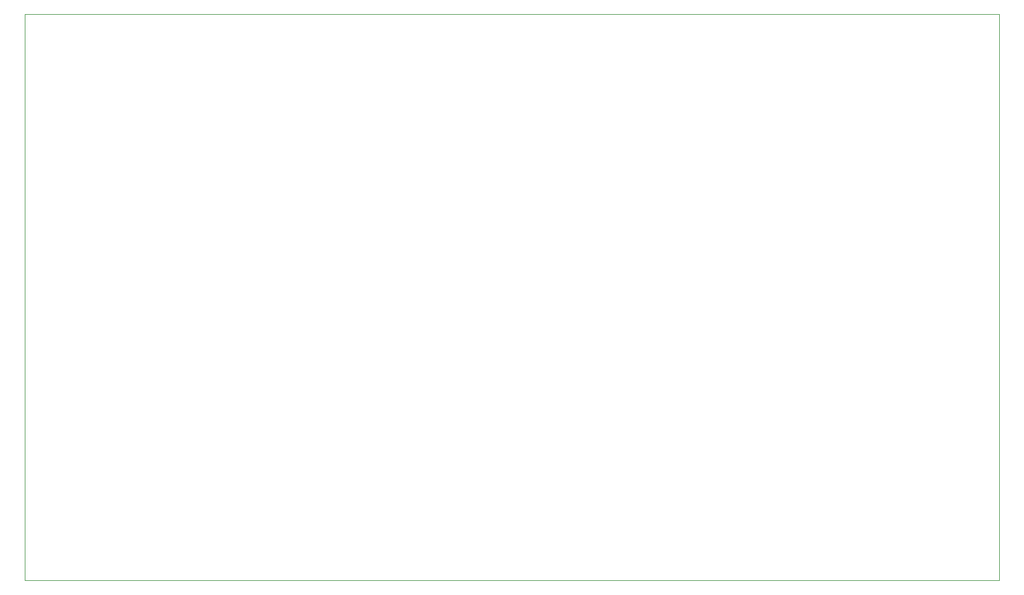
<source format=gbr>
G04 #@! TF.GenerationSoftware,KiCad,Pcbnew,(5.1.0)-1*
G04 #@! TF.CreationDate,2019-12-16T03:31:48-04:00*
G04 #@! TF.ProjectId,Main,4d61696e-2e6b-4696-9361-645f70636258,rev?*
G04 #@! TF.SameCoordinates,Original*
G04 #@! TF.FileFunction,Profile,NP*
%FSLAX46Y46*%
G04 Gerber Fmt 4.6, Leading zero omitted, Abs format (unit mm)*
G04 Created by KiCad (PCBNEW (5.1.0)-1) date 2019-12-16 03:31:48*
%MOMM*%
%LPD*%
G04 APERTURE LIST*
%ADD10C,0.100000*%
%ADD11C,0.050000*%
G04 APERTURE END LIST*
D10*
X167640000Y-81280000D02*
X167640000Y-162560000D01*
X167640000Y-162560000D02*
X27940000Y-162560000D01*
D11*
X104140000Y-81280000D02*
X167640000Y-81280000D01*
X27940000Y-81280000D02*
X104140000Y-81280000D01*
D10*
X27940000Y-162560000D02*
X27940000Y-81280000D01*
M02*

</source>
